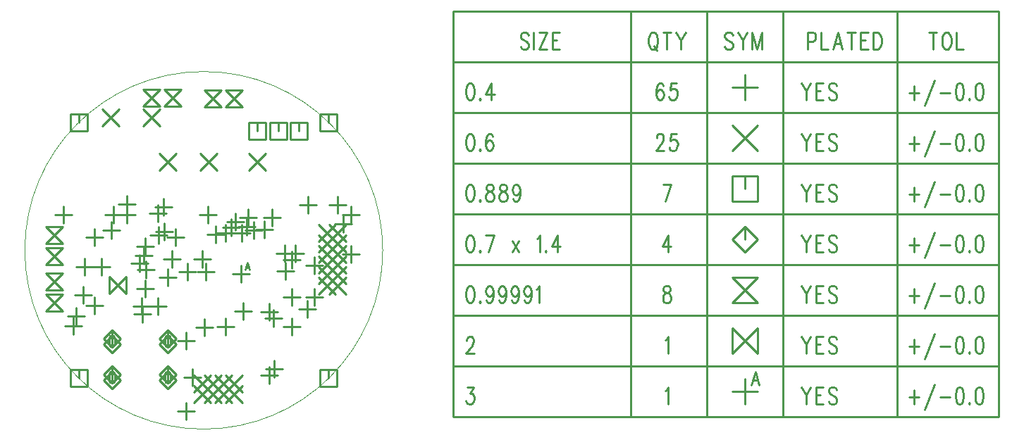
<source format=gbr>
*
*
G04 PADS 9.3 Build Number: 433611 generated Gerber (RS-274-X) file*
G04 PC Version=2.1*
*
%IN "LDC_HW_REV001.pcb"*%
*
%MOIN*%
*
%FSLAX35Y35*%
*
*
*
*
G04 PC Standard Apertures*
*
*
G04 Thermal Relief Aperture macro.*
%AMTER*
1,1,$1,0,0*
1,0,$1-$2,0,0*
21,0,$3,$4,0,0,45*
21,0,$3,$4,0,0,135*
%
*
*
G04 Annular Aperture macro.*
%AMANN*
1,1,$1,0,0*
1,0,$2,0,0*
%
*
*
G04 Odd Aperture macro.*
%AMODD*
1,1,$1,0,0*
1,0,$1-0.005,0,0*
%
*
*
G04 PC Custom Aperture Macros*
*
*
*
*
*
*
G04 PC Aperture Table*
*
%ADD010C,0.001*%
%ADD035C,0.01*%
%ADD039C,0.00394*%
*
*
*
*
G04 PC Circuitry*
G04 Layer Name LDC_HW_REV001.pcb - circuitry*
%LPD*%
*
*
G04 PC Custom Flashes*
G04 Layer Name LDC_HW_REV001.pcb - flashes*
%LPD*%
*
*
G04 PC Circuitry*
G04 Layer Name LDC_HW_REV001.pcb - circuitry*
%LPD*%
*
G54D10*
G54D35*
G01X350394Y328087D02*
X354394Y332087D01*
X350394Y336087*
X346394Y332087*
X350394Y328087*
Y332087D02*
Y336087D01*
Y330843D02*
X354394Y334843D01*
X350394Y338843*
X346394Y334843*
X350394Y330843*
Y334843D02*
Y338843D01*
X349016Y332087D02*
G75*
G03X351772I1378J-0D01*
G01Y334843*
G03X349016I-1378J-0*
G01Y332087*
X376772Y328087D02*
X380772Y332087D01*
X376772Y336087*
X372772Y332087*
X376772Y328087*
Y332087D02*
Y336087D01*
Y330843D02*
X380772Y334843D01*
X376772Y338843*
X372772Y334843*
X376772Y330843*
Y334843D02*
Y338843D01*
X375394Y332087D02*
G03X378150I1378J-0D01*
G01Y334843*
G03X375394I-1378J-0*
G01Y332087*
X350394Y345213D02*
X354394Y349213D01*
X350394Y353213*
X346394Y349213*
X350394Y345213*
Y349213D02*
Y353213D01*
Y347969D02*
X354394Y351969D01*
X350394Y355969*
X346394Y351969*
X350394Y347969*
Y351969D02*
Y355969D01*
X349016Y349213D02*
G03X351772I1378J-0D01*
G01Y351969*
G03X349016I-1378J-0*
G01Y349213*
X376772Y345213D02*
X380772Y349213D01*
X376772Y353213*
X372772Y349213*
X376772Y345213*
Y349213D02*
Y353213D01*
Y347969D02*
X380772Y351969D01*
X376772Y355969*
X372772Y351969*
X376772Y347969*
Y351969D02*
Y355969D01*
X375394Y349213D02*
G03X378150I1378J-0D01*
G01Y351969*
G03X375394I-1378J-0*
G01Y349213*
X403874Y461551D02*
X411874D01*
X403874Y469551*
X411874*
X403874Y461551*
X393874D02*
X401874D01*
X393874Y469551*
X401874*
X393874Y461551*
X404071Y326512D02*
X412071Y334512D01*
X404071D02*
X412071Y326512D01*
X399071D02*
X407071Y334512D01*
X399071D02*
X407071Y326512D01*
X394071D02*
X402071Y334512D01*
X394071D02*
X402071Y326512D01*
X389071D02*
X397071Y334512D01*
X389071D02*
X397071Y326512D01*
X389071Y321512D02*
X397071Y329512D01*
X389071D02*
X397071Y321512D01*
X394071D02*
X402071Y329512D01*
X394071D02*
X402071Y321512D01*
X399071D02*
X407071Y329512D01*
X399071D02*
X407071Y321512D01*
X404071D02*
X412071Y329512D01*
X404071D02*
X412071Y321512D01*
X407417Y382480D02*
X415417D01*
X411417Y378480D02*
Y386480D01*
X414326Y387762D02*
X413417Y384480D01*
X414326Y387762D02*
X415236Y384480D01*
X413758Y385574D02*
X414895D01*
X348953Y373165D02*
X356953Y381165D01*
Y373165*
X348953Y381165*
Y373165*
X319031Y396984D02*
X327031D01*
X319031Y404984*
X327031*
X319031Y396984*
Y386984D02*
X327031D01*
X319031Y394984*
X327031*
X319031Y386984*
X318835Y374937D02*
X326835D01*
X318835Y382937*
X326835*
X318835Y374937*
Y364937D02*
X326835D01*
X318835Y372937*
X326835*
X318835Y364937*
X447969Y397969D02*
X455969Y405969D01*
X447969D02*
X455969Y397969D01*
X447969Y392969D02*
X455969Y400969D01*
X447969D02*
X455969Y392969D01*
X447969Y387969D02*
X455969Y395969D01*
X447969D02*
X455969Y387969D01*
X447969Y382969D02*
X455969Y390969D01*
X447969D02*
X455969Y382969D01*
X447969Y377969D02*
X455969Y385969D01*
X447969D02*
X455969Y377969D01*
X447969Y372969D02*
X455969Y380969D01*
X447969D02*
X455969Y372969D01*
X452969D02*
X460969Y380969D01*
X452969D02*
X460969Y372969D01*
X452969Y377969D02*
X460969Y385969D01*
X452969D02*
X460969Y377969D01*
X452969Y382969D02*
X460969Y390969D01*
X452969D02*
X460969Y382969D01*
X452969Y387969D02*
X460969Y395969D01*
X452969D02*
X460969Y387969D01*
X452969Y392969D02*
X460969Y400969D01*
X452969D02*
X460969Y392969D01*
X452969Y397969D02*
X460969Y405969D01*
X452969D02*
X460969Y397969D01*
X365094Y461748D02*
X373094D01*
X365094Y469748*
X373094*
X365094Y461748*
X375094D02*
X383094D01*
X375094Y469748*
X383094*
X375094Y461748*
X330646Y450331D02*
X338646D01*
Y458331*
X330646*
Y450331*
X334646Y454331D02*
Y458331D01*
X448756Y450331D02*
X456756D01*
Y458331*
X448756*
Y450331*
X452756Y454331D02*
Y458331D01*
X330646Y329071D02*
X338646D01*
Y337071*
X330646*
Y329071*
X334646Y333071D02*
Y337071D01*
X448756Y329071D02*
X456756D01*
Y337071*
X448756*
Y329071*
X452756Y333071D02*
Y337071D01*
X415094Y446197D02*
X423094D01*
Y454197*
X415094*
Y446197*
X419094Y450197D02*
Y454197D01*
X424937Y446197D02*
X432937D01*
Y454197*
X424937*
Y446197*
X428937Y450197D02*
Y454197D01*
X434780Y446197D02*
X442780D01*
Y454197*
X434780*
Y446197*
X438780Y450197D02*
Y454197D01*
X381236Y317520D02*
X389236D01*
X385236Y313520D02*
Y321520D01*
X384189Y333465D02*
X392189D01*
X388189Y329465D02*
Y337465D01*
X422969Y337402D02*
X430969D01*
X426969Y333402D02*
Y341402D01*
X420803Y334646D02*
X428803D01*
X424803Y330646D02*
Y338646D01*
X327890Y357874D02*
X335890D01*
X331890Y353874D02*
Y361874D01*
X381433Y350787D02*
X389433D01*
X385433Y346787D02*
Y354787D01*
X389898Y357283D02*
X397898D01*
X393898Y353283D02*
Y361283D01*
X400134Y357480D02*
X408134D01*
X404134Y353480D02*
Y361480D01*
X431236Y357480D02*
X439236D01*
X435236Y353480D02*
Y361480D01*
X329465Y362402D02*
X337465D01*
X333465Y358402D02*
Y366402D01*
X337929Y367717D02*
X345929D01*
X341929Y363717D02*
Y371717D01*
X360567Y363583D02*
X368567D01*
X364567Y359583D02*
Y367583D01*
X360173Y367323D02*
X368173D01*
X364173Y363323D02*
Y371323D01*
X368047Y367323D02*
X376047D01*
X372047Y363323D02*
Y371323D01*
X408402Y364764D02*
X416402D01*
X412402Y360764D02*
Y368764D01*
X420803Y364567D02*
X428803D01*
X424803Y360567D02*
Y368567D01*
X422575Y361417D02*
X430575D01*
X426575Y357417D02*
Y365417D01*
X438520Y365748D02*
X446520D01*
X442520Y361748D02*
Y369748D01*
X332614Y372441D02*
X340614D01*
X336614Y368441D02*
Y376441D01*
X361945Y375591D02*
X369945D01*
X365945Y371591D02*
Y379591D01*
X431236Y371654D02*
X439236D01*
X435236Y367654D02*
Y375654D01*
X441866Y371654D02*
X449866D01*
X445866Y367654D02*
Y375654D01*
X333205Y385827D02*
X341205D01*
X337205Y381827D02*
Y389827D01*
X341472Y385827D02*
X349472D01*
X345472Y381827D02*
Y389827D01*
X359386Y387598D02*
X367386D01*
X363386Y383598D02*
Y391598D01*
X362339Y384449D02*
X370339D01*
X366339Y380449D02*
Y388449D01*
X372575Y380906D02*
X380575D01*
X376575Y376906D02*
Y384906D01*
X381827Y383465D02*
X389827D01*
X385827Y379465D02*
Y387465D01*
X390488Y383465D02*
X398488D01*
X394488Y379465D02*
Y387465D01*
X428283Y383858D02*
X436283D01*
X432283Y379858D02*
Y387858D01*
X441866Y386614D02*
X449866D01*
X445866Y382614D02*
Y390614D01*
X361354Y391339D02*
X369354D01*
X365354Y387339D02*
Y395339D01*
X362142Y395669D02*
X370142D01*
X366142Y391669D02*
Y399669D01*
X374543Y389567D02*
X382543D01*
X378543Y385567D02*
Y393567D01*
X388913Y389567D02*
X396913D01*
X392913Y385567D02*
Y393567D01*
X427890Y392126D02*
X435890D01*
X431890Y388126D02*
Y396126D01*
X431236Y389173D02*
X439236D01*
X435236Y385173D02*
Y393173D01*
X433008Y392323D02*
X441008D01*
X437008Y388323D02*
Y396323D01*
X459189Y391929D02*
X467189D01*
X463189Y387929D02*
Y395929D01*
X338126Y399803D02*
X346126D01*
X342126Y395803D02*
Y403803D01*
X346000Y403346D02*
X354000D01*
X350000Y399346D02*
Y407346D01*
X371000Y402559D02*
X379000D01*
X375000Y398559D02*
Y406559D01*
X368244Y400984D02*
X376244D01*
X372244Y396984D02*
Y404984D01*
X376315Y399803D02*
X384315D01*
X380315Y395803D02*
Y403803D01*
X404661Y407283D02*
X412661D01*
X408661Y403283D02*
Y411283D01*
X399937Y401969D02*
X407937D01*
X403937Y397969D02*
Y405969D01*
X395213Y401181D02*
X403213D01*
X399213Y397181D02*
Y405181D01*
X402496Y404724D02*
X410496D01*
X406496Y400724D02*
Y408724D01*
X409976Y404921D02*
X417976D01*
X413976Y400921D02*
Y408921D01*
X407811Y401969D02*
X415811D01*
X411811Y397969D02*
Y405969D01*
X413323Y403150D02*
X421323D01*
X417323Y399150D02*
Y407150D01*
X418441Y403543D02*
X426441D01*
X422441Y399543D02*
Y407543D01*
X455646Y406299D02*
X463646D01*
X459646Y402299D02*
Y410299D01*
X323362Y410630D02*
X331362D01*
X327362Y406630D02*
Y414630D01*
X353283Y415551D02*
X361283D01*
X357283Y411551D02*
Y419551D01*
X353480Y410630D02*
X361480D01*
X357480Y406630D02*
Y414630D01*
X346984Y410630D02*
X354984D01*
X350984Y406630D02*
Y414630D01*
X370803Y414370D02*
X378803D01*
X374803Y410370D02*
Y418370D01*
X368047Y411220D02*
X376047D01*
X372047Y407220D02*
Y415220D01*
X391669Y410433D02*
X399669D01*
X395669Y406433D02*
Y414433D01*
X410764Y409252D02*
X418764D01*
X414764Y405252D02*
Y413252D01*
X421984Y409252D02*
X429984D01*
X425984Y405252D02*
Y413252D01*
X439110Y415157D02*
X447110D01*
X443110Y411157D02*
Y419157D01*
X452890Y415157D02*
X460890D01*
X456890Y411157D02*
Y419157D01*
X459189Y410433D02*
X467189D01*
X463189Y406433D02*
Y414433D01*
X372575Y431433D02*
X380575Y439433D01*
X372575D02*
X380575Y431433D01*
X392063D02*
X400063Y439433D01*
X392063D02*
X400063Y431433D01*
X415094D02*
X423094Y439433D01*
X415094D02*
X423094Y431433D01*
X345803Y452693D02*
X353803Y460693D01*
X345803D02*
X353803Y452693D01*
X365094D02*
X373094Y460693D01*
X365094D02*
X373094Y452693D01*
X511811Y506961D02*
X769811D01*
X511811Y482961D02*
X769811D01*
X511811Y458961D02*
X769811D01*
X511811Y434961D02*
X769811D01*
X511811Y410961D02*
X769811D01*
X511811Y386961D02*
X769811D01*
X511811Y362961D02*
X769811D01*
X511811Y338961D02*
X769811D01*
X511811Y314961D02*
X769811D01*
X511811Y506961D02*
Y314961D01*
X595811Y506961D02*
Y314961D01*
X631811Y506961D02*
Y314961D01*
X667811Y506961D02*
Y314961D01*
X721811Y506961D02*
Y314961D01*
X769811Y506961D02*
Y314961D01*
X547311Y495711D02*
X546766Y496461D01*
X545947Y496836*
X544856*
X544038Y496461*
X543493Y495711*
Y494961*
X543766Y494211*
X544038Y493836*
X544584Y493461*
X546220Y492711*
X546766Y492336*
X547038Y491961*
X547311Y491211*
Y490086*
X546766Y489336*
X545947Y488961*
X544856*
X544038Y489336*
X543493Y490086*
X549766Y496836D02*
Y488961D01*
X556038Y496836D02*
X552220Y488961D01*
Y496836D02*
X556038D01*
X552220Y488961D02*
X556038D01*
X558493Y496836D02*
Y488961D01*
Y496836D02*
X562038D01*
X558493Y493086D02*
X560675D01*
X558493Y488961D02*
X562038D01*
X605675Y496836D02*
X605129Y496461D01*
X604584Y495711*
X604311Y494961*
X604038Y493836*
Y491961*
X604311Y490836*
X604584Y490086*
X605129Y489336*
X605675Y488961*
X606766*
X607311Y489336*
X607856Y490086*
X608129Y490836*
X608402Y491961*
Y493836*
X608129Y494961*
X607856Y495711*
X607311Y496461*
X606766Y496836*
X605675*
X606493Y490461D02*
X608129Y488211D01*
X612766Y496836D02*
Y488961D01*
X610856Y496836D02*
X614675D01*
X617129D02*
X619311Y493086D01*
Y488961*
X621493Y496836D02*
X619311Y493086D01*
X643856Y495711D02*
X643311Y496461D01*
X642493Y496836*
X641402*
X640584Y496461*
X640038Y495711*
Y494961*
X640311Y494211*
X640584Y493836*
X641129Y493461*
X642766Y492711*
X643311Y492336*
X643584Y491961*
X643856Y491211*
Y490086*
X643311Y489336*
X642493Y488961*
X641402*
X640584Y489336*
X640038Y490086*
X646311Y496836D02*
X648493Y493086D01*
Y488961*
X650675Y496836D02*
X648493Y493086D01*
X653129Y496836D02*
Y488961D01*
Y496836D02*
X655311Y488961D01*
X657493Y496836D02*
X655311Y488961D01*
X657493Y496836D02*
Y488961D01*
X679311Y496836D02*
Y488961D01*
Y496836D02*
X681766D01*
X682584Y496461*
X682856Y496086*
X683129Y495336*
Y494211*
X682856Y493461*
X682584Y493086*
X681766Y492711*
X679311*
X685584Y496836D02*
Y488961D01*
X688856*
X693493Y496836D02*
X691311Y488961D01*
X693493Y496836D02*
X695675Y488961D01*
X692129Y491586D02*
X694856D01*
X700038Y496836D02*
Y488961D01*
X698129Y496836D02*
X701947D01*
X704402D02*
Y488961D01*
Y496836D02*
X707947D01*
X704402Y493086D02*
X706584D01*
X704402Y488961D02*
X707947D01*
X710402Y496836D02*
Y488961D01*
Y496836D02*
X712311D01*
X713129Y496461*
X713675Y495711*
X713947Y494961*
X714220Y493836*
Y491961*
X713947Y490836*
X713675Y490086*
X713129Y489336*
X712311Y488961*
X710402*
X738493Y496836D02*
Y488961D01*
X736584Y496836D02*
X740402D01*
X744493D02*
X743947Y496461D01*
X743402Y495711*
X743129Y494961*
X742856Y493836*
Y491961*
X743129Y490836*
X743402Y490086*
X743947Y489336*
X744493Y488961*
X745584*
X746129Y489336*
X746675Y490086*
X746947Y490836*
X747220Y491961*
Y493836*
X746947Y494961*
X746675Y495711*
X746129Y496461*
X745584Y496836*
X744493*
X749675D02*
Y488961D01*
X752947*
X519447Y472836D02*
X518629Y472461D01*
X518084Y471336*
X517811Y469461*
Y468336*
X518084Y466461*
X518629Y465336*
X519447Y464961*
X519993*
X520811Y465336*
X521356Y466461*
X521629Y468336*
Y469461*
X521356Y471336*
X520811Y472461*
X519993Y472836*
X519447*
X524356Y465711D02*
X524084Y465336D01*
X524356Y464961*
X524629Y465336*
X524356Y465711*
X529811Y472836D02*
X527084Y467586D01*
X531175*
X529811Y472836D02*
Y464961D01*
X610993Y471711D02*
X610720Y472461D01*
X609902Y472836*
X609356*
X608538Y472461*
X607993Y471336*
X607720Y469461*
Y467586*
X607993Y466086*
X608538Y465336*
X609356Y464961*
X609629*
X610447Y465336*
X610993Y466086*
X611266Y467211*
Y467586*
X610993Y468711*
X610447Y469461*
X609629Y469836*
X609356*
X608538Y469461*
X607993Y468711*
X607720Y467586*
X617266Y472836D02*
X614538D01*
X614266Y469461*
X614538Y469836*
X615356Y470211*
X616175*
X616993Y469836*
X617538Y469086*
X617811Y467961*
X617538Y467211*
X617266Y466086*
X616720Y465336*
X615902Y464961*
X615084*
X614266Y465336*
X613993Y465711*
X613720Y466461*
X643811Y470961D02*
X655811D01*
X649811Y464961D02*
Y476961D01*
X676447Y472836D02*
X678629Y469086D01*
Y464961*
X680811Y472836D02*
X678629Y469086D01*
X683266Y472836D02*
Y464961D01*
Y472836D02*
X686811D01*
X683266Y469086D02*
X685447D01*
X683266Y464961D02*
X686811D01*
X693084Y471711D02*
X692538Y472461D01*
X691720Y472836*
X690629*
X689811Y472461*
X689266Y471711*
Y470961*
X689538Y470211*
X689811Y469836*
X690356Y469461*
X691993Y468711*
X692538Y468336*
X692811Y467961*
X693084Y467211*
Y466086*
X692538Y465336*
X691720Y464961*
X690629*
X689811Y465336*
X689266Y466086*
X729629Y471711D02*
Y464961D01*
X727175Y468336D02*
X732084D01*
X739447Y474336D02*
X734538Y462336D01*
X741902Y468336D02*
X746811D01*
X750902Y472836D02*
X750084Y472461D01*
X749538Y471336*
X749266Y469461*
Y468336*
X749538Y466461*
X750084Y465336*
X750902Y464961*
X751447*
X752266Y465336*
X752811Y466461*
X753084Y468336*
Y469461*
X752811Y471336*
X752266Y472461*
X751447Y472836*
X750902*
X755811Y465711D02*
X755538Y465336D01*
X755811Y464961*
X756084Y465336*
X755811Y465711*
X760175Y472836D02*
X759356Y472461D01*
X758811Y471336*
X758538Y469461*
Y468336*
X758811Y466461*
X759356Y465336*
X760175Y464961*
X760720*
X761538Y465336*
X762084Y466461*
X762356Y468336*
Y469461*
X762084Y471336*
X761538Y472461*
X760720Y472836*
X760175*
X519447Y448836D02*
X518629Y448461D01*
X518084Y447336*
X517811Y445461*
Y444336*
X518084Y442461*
X518629Y441336*
X519447Y440961*
X519993*
X520811Y441336*
X521356Y442461*
X521629Y444336*
Y445461*
X521356Y447336*
X520811Y448461*
X519993Y448836*
X519447*
X524356Y441711D02*
X524084Y441336D01*
X524356Y440961*
X524629Y441336*
X524356Y441711*
X530356Y447711D02*
X530084Y448461D01*
X529266Y448836*
X528720*
X527902Y448461*
X527356Y447336*
X527084Y445461*
Y443586*
X527356Y442086*
X527902Y441336*
X528720Y440961*
X528993*
X529811Y441336*
X530356Y442086*
X530629Y443211*
Y443586*
X530356Y444711*
X529811Y445461*
X528993Y445836*
X528720*
X527902Y445461*
X527356Y444711*
X527084Y443586*
X607856Y446961D02*
Y447336D01*
X608129Y448086*
X608402Y448461*
X608947Y448836*
X610038*
X610584Y448461*
X610856Y448086*
X611129Y447336*
Y446586*
X610856Y445836*
X610311Y444711*
X607584Y440961*
X611402*
X617402Y448836D02*
X614675D01*
X614402Y445461*
X614675Y445836*
X615493Y446211*
X616311*
X617129Y445836*
X617675Y445086*
X617947Y443961*
X617675Y443211*
X617402Y442086*
X616856Y441336*
X616038Y440961*
X615220*
X614402Y441336*
X614129Y441711*
X613856Y442461*
X643811Y440961D02*
X655811Y452961D01*
X643811D02*
X655811Y440961D01*
X676447Y448836D02*
X678629Y445086D01*
Y440961*
X680811Y448836D02*
X678629Y445086D01*
X683266Y448836D02*
Y440961D01*
Y448836D02*
X686811D01*
X683266Y445086D02*
X685447D01*
X683266Y440961D02*
X686811D01*
X693084Y447711D02*
X692538Y448461D01*
X691720Y448836*
X690629*
X689811Y448461*
X689266Y447711*
Y446961*
X689538Y446211*
X689811Y445836*
X690356Y445461*
X691993Y444711*
X692538Y444336*
X692811Y443961*
X693084Y443211*
Y442086*
X692538Y441336*
X691720Y440961*
X690629*
X689811Y441336*
X689266Y442086*
X729629Y447711D02*
Y440961D01*
X727175Y444336D02*
X732084D01*
X739447Y450336D02*
X734538Y438336D01*
X741902Y444336D02*
X746811D01*
X750902Y448836D02*
X750084Y448461D01*
X749538Y447336*
X749266Y445461*
Y444336*
X749538Y442461*
X750084Y441336*
X750902Y440961*
X751447*
X752266Y441336*
X752811Y442461*
X753084Y444336*
Y445461*
X752811Y447336*
X752266Y448461*
X751447Y448836*
X750902*
X755811Y441711D02*
X755538Y441336D01*
X755811Y440961*
X756084Y441336*
X755811Y441711*
X760175Y448836D02*
X759356Y448461D01*
X758811Y447336*
X758538Y445461*
Y444336*
X758811Y442461*
X759356Y441336*
X760175Y440961*
X760720*
X761538Y441336*
X762084Y442461*
X762356Y444336*
Y445461*
X762084Y447336*
X761538Y448461*
X760720Y448836*
X760175*
X519447Y424836D02*
X518629Y424461D01*
X518084Y423336*
X517811Y421461*
Y420336*
X518084Y418461*
X518629Y417336*
X519447Y416961*
X519993*
X520811Y417336*
X521356Y418461*
X521629Y420336*
Y421461*
X521356Y423336*
X520811Y424461*
X519993Y424836*
X519447*
X524356Y417711D02*
X524084Y417336D01*
X524356Y416961*
X524629Y417336*
X524356Y417711*
X528447Y424836D02*
X527629Y424461D01*
X527356Y423711*
Y422961*
X527629Y422211*
X528175Y421836*
X529266Y421461*
X530084Y421086*
X530629Y420336*
X530902Y419586*
Y418461*
X530629Y417711*
X530356Y417336*
X529538Y416961*
X528447*
X527629Y417336*
X527356Y417711*
X527084Y418461*
Y419586*
X527356Y420336*
X527902Y421086*
X528720Y421461*
X529811Y421836*
X530356Y422211*
X530629Y422961*
Y423711*
X530356Y424461*
X529538Y424836*
X528447*
X534720D02*
X533902Y424461D01*
X533629Y423711*
Y422961*
X533902Y422211*
X534447Y421836*
X535538Y421461*
X536356Y421086*
X536902Y420336*
X537175Y419586*
Y418461*
X536902Y417711*
X536629Y417336*
X535811Y416961*
X534720*
X533902Y417336*
X533629Y417711*
X533356Y418461*
Y419586*
X533629Y420336*
X534175Y421086*
X534993Y421461*
X536084Y421836*
X536629Y422211*
X536902Y422961*
Y423711*
X536629Y424461*
X535811Y424836*
X534720*
X543175Y422211D02*
X542902Y421086D01*
X542356Y420336*
X541538Y419961*
X541266*
X540447Y420336*
X539902Y421086*
X539629Y422211*
Y422586*
X539902Y423711*
X540447Y424461*
X541266Y424836*
X541538*
X542356Y424461*
X542902Y423711*
X543175Y422211*
Y420336*
X542902Y418461*
X542356Y417336*
X541538Y416961*
X540993*
X540175Y417336*
X539902Y418086*
X614675Y424836D02*
X611947Y416961D01*
X610856Y424836D02*
X614675D01*
X643811Y416961D02*
X655811D01*
Y428961*
X643811*
Y416961*
X649811Y422961D02*
Y428961D01*
X676447Y424836D02*
X678629Y421086D01*
Y416961*
X680811Y424836D02*
X678629Y421086D01*
X683266Y424836D02*
Y416961D01*
Y424836D02*
X686811D01*
X683266Y421086D02*
X685447D01*
X683266Y416961D02*
X686811D01*
X693084Y423711D02*
X692538Y424461D01*
X691720Y424836*
X690629*
X689811Y424461*
X689266Y423711*
Y422961*
X689538Y422211*
X689811Y421836*
X690356Y421461*
X691993Y420711*
X692538Y420336*
X692811Y419961*
X693084Y419211*
Y418086*
X692538Y417336*
X691720Y416961*
X690629*
X689811Y417336*
X689266Y418086*
X729629Y423711D02*
Y416961D01*
X727175Y420336D02*
X732084D01*
X739447Y426336D02*
X734538Y414336D01*
X741902Y420336D02*
X746811D01*
X750902Y424836D02*
X750084Y424461D01*
X749538Y423336*
X749266Y421461*
Y420336*
X749538Y418461*
X750084Y417336*
X750902Y416961*
X751447*
X752266Y417336*
X752811Y418461*
X753084Y420336*
Y421461*
X752811Y423336*
X752266Y424461*
X751447Y424836*
X750902*
X755811Y417711D02*
X755538Y417336D01*
X755811Y416961*
X756084Y417336*
X755811Y417711*
X760175Y424836D02*
X759356Y424461D01*
X758811Y423336*
X758538Y421461*
Y420336*
X758811Y418461*
X759356Y417336*
X760175Y416961*
X760720*
X761538Y417336*
X762084Y418461*
X762356Y420336*
Y421461*
X762084Y423336*
X761538Y424461*
X760720Y424836*
X760175*
X519447Y400836D02*
X518629Y400461D01*
X518084Y399336*
X517811Y397461*
Y396336*
X518084Y394461*
X518629Y393336*
X519447Y392961*
X519993*
X520811Y393336*
X521356Y394461*
X521629Y396336*
Y397461*
X521356Y399336*
X520811Y400461*
X519993Y400836*
X519447*
X524356Y393711D02*
X524084Y393336D01*
X524356Y392961*
X524629Y393336*
X524356Y393711*
X530902Y400836D02*
X528175Y392961D01*
X527084Y400836D02*
X530902D01*
X539629Y398211D02*
X542629Y392961D01*
Y398211D02*
X539629Y392961D01*
X551356Y399336D02*
X551902Y399711D01*
X552720Y400836*
Y392961*
X555447Y393711D02*
X555175Y393336D01*
X555447Y392961*
X555720Y393336*
X555447Y393711*
X560902Y400836D02*
X558175Y395586D01*
X562266*
X560902Y400836D02*
Y392961D01*
X613447Y400836D02*
X610720Y395586D01*
X614811*
X613447Y400836D02*
Y392961D01*
X649811D02*
X655811Y398961D01*
X649811Y404961*
X643811Y398961*
X649811Y392961*
Y398961D02*
Y404961D01*
X676447Y400836D02*
X678629Y397086D01*
Y392961*
X680811Y400836D02*
X678629Y397086D01*
X683266Y400836D02*
Y392961D01*
Y400836D02*
X686811D01*
X683266Y397086D02*
X685447D01*
X683266Y392961D02*
X686811D01*
X693084Y399711D02*
X692538Y400461D01*
X691720Y400836*
X690629*
X689811Y400461*
X689266Y399711*
Y398961*
X689538Y398211*
X689811Y397836*
X690356Y397461*
X691993Y396711*
X692538Y396336*
X692811Y395961*
X693084Y395211*
Y394086*
X692538Y393336*
X691720Y392961*
X690629*
X689811Y393336*
X689266Y394086*
X729629Y399711D02*
Y392961D01*
X727175Y396336D02*
X732084D01*
X739447Y402336D02*
X734538Y390336D01*
X741902Y396336D02*
X746811D01*
X750902Y400836D02*
X750084Y400461D01*
X749538Y399336*
X749266Y397461*
Y396336*
X749538Y394461*
X750084Y393336*
X750902Y392961*
X751447*
X752266Y393336*
X752811Y394461*
X753084Y396336*
Y397461*
X752811Y399336*
X752266Y400461*
X751447Y400836*
X750902*
X755811Y393711D02*
X755538Y393336D01*
X755811Y392961*
X756084Y393336*
X755811Y393711*
X760175Y400836D02*
X759356Y400461D01*
X758811Y399336*
X758538Y397461*
Y396336*
X758811Y394461*
X759356Y393336*
X760175Y392961*
X760720*
X761538Y393336*
X762084Y394461*
X762356Y396336*
Y397461*
X762084Y399336*
X761538Y400461*
X760720Y400836*
X760175*
X519447Y376836D02*
X518629Y376461D01*
X518084Y375336*
X517811Y373461*
Y372336*
X518084Y370461*
X518629Y369336*
X519447Y368961*
X519993*
X520811Y369336*
X521356Y370461*
X521629Y372336*
Y373461*
X521356Y375336*
X520811Y376461*
X519993Y376836*
X519447*
X524356Y369711D02*
X524084Y369336D01*
X524356Y368961*
X524629Y369336*
X524356Y369711*
X530629Y374211D02*
X530356Y373086D01*
X529811Y372336*
X528993Y371961*
X528720*
X527902Y372336*
X527356Y373086*
X527084Y374211*
Y374586*
X527356Y375711*
X527902Y376461*
X528720Y376836*
X528993*
X529811Y376461*
X530356Y375711*
X530629Y374211*
Y372336*
X530356Y370461*
X529811Y369336*
X528993Y368961*
X528447*
X527629Y369336*
X527356Y370086*
X536629Y374211D02*
X536356Y373086D01*
X535811Y372336*
X534993Y371961*
X534720*
X533902Y372336*
X533356Y373086*
X533084Y374211*
Y374586*
X533356Y375711*
X533902Y376461*
X534720Y376836*
X534993*
X535811Y376461*
X536356Y375711*
X536629Y374211*
Y372336*
X536356Y370461*
X535811Y369336*
X534993Y368961*
X534447*
X533629Y369336*
X533356Y370086*
X542629Y374211D02*
X542356Y373086D01*
X541811Y372336*
X540993Y371961*
X540720*
X539902Y372336*
X539356Y373086*
X539084Y374211*
Y374586*
X539356Y375711*
X539902Y376461*
X540720Y376836*
X540993*
X541811Y376461*
X542356Y375711*
X542629Y374211*
Y372336*
X542356Y370461*
X541811Y369336*
X540993Y368961*
X540447*
X539629Y369336*
X539356Y370086*
X548629Y374211D02*
X548356Y373086D01*
X547811Y372336*
X546993Y371961*
X546720*
X545902Y372336*
X545356Y373086*
X545084Y374211*
Y374586*
X545356Y375711*
X545902Y376461*
X546720Y376836*
X546993*
X547811Y376461*
X548356Y375711*
X548629Y374211*
Y372336*
X548356Y370461*
X547811Y369336*
X546993Y368961*
X546447*
X545629Y369336*
X545356Y370086*
X551084Y375336D02*
X551629Y375711D01*
X552447Y376836*
Y368961*
X612220Y376836D02*
X611402Y376461D01*
X611129Y375711*
Y374961*
X611402Y374211*
X611947Y373836*
X613038Y373461*
X613856Y373086*
X614402Y372336*
X614675Y371586*
Y370461*
X614402Y369711*
X614129Y369336*
X613311Y368961*
X612220*
X611402Y369336*
X611129Y369711*
X610856Y370461*
Y371586*
X611129Y372336*
X611675Y373086*
X612493Y373461*
X613584Y373836*
X614129Y374211*
X614402Y374961*
Y375711*
X614129Y376461*
X613311Y376836*
X612220*
X643811Y368961D02*
X655811D01*
X643811Y380961*
X655811*
X643811Y368961*
X676447Y376836D02*
X678629Y373086D01*
Y368961*
X680811Y376836D02*
X678629Y373086D01*
X683266Y376836D02*
Y368961D01*
Y376836D02*
X686811D01*
X683266Y373086D02*
X685447D01*
X683266Y368961D02*
X686811D01*
X693084Y375711D02*
X692538Y376461D01*
X691720Y376836*
X690629*
X689811Y376461*
X689266Y375711*
Y374961*
X689538Y374211*
X689811Y373836*
X690356Y373461*
X691993Y372711*
X692538Y372336*
X692811Y371961*
X693084Y371211*
Y370086*
X692538Y369336*
X691720Y368961*
X690629*
X689811Y369336*
X689266Y370086*
X729629Y375711D02*
Y368961D01*
X727175Y372336D02*
X732084D01*
X739447Y378336D02*
X734538Y366336D01*
X741902Y372336D02*
X746811D01*
X750902Y376836D02*
X750084Y376461D01*
X749538Y375336*
X749266Y373461*
Y372336*
X749538Y370461*
X750084Y369336*
X750902Y368961*
X751447*
X752266Y369336*
X752811Y370461*
X753084Y372336*
Y373461*
X752811Y375336*
X752266Y376461*
X751447Y376836*
X750902*
X755811Y369711D02*
X755538Y369336D01*
X755811Y368961*
X756084Y369336*
X755811Y369711*
X760175Y376836D02*
X759356Y376461D01*
X758811Y375336*
X758538Y373461*
Y372336*
X758811Y370461*
X759356Y369336*
X760175Y368961*
X760720*
X761538Y369336*
X762084Y370461*
X762356Y372336*
Y373461*
X762084Y375336*
X761538Y376461*
X760720Y376836*
X760175*
X518084Y350961D02*
Y351336D01*
X518356Y352086*
X518629Y352461*
X519175Y352836*
X520266*
X520811Y352461*
X521084Y352086*
X521356Y351336*
Y350586*
X521084Y349836*
X520538Y348711*
X517811Y344961*
X521629*
X612084Y351336D02*
X612629Y351711D01*
X613447Y352836*
Y344961*
X643811D02*
X655811Y356961D01*
Y344961*
X643811Y356961*
Y344961*
X676447Y352836D02*
X678629Y349086D01*
Y344961*
X680811Y352836D02*
X678629Y349086D01*
X683266Y352836D02*
Y344961D01*
Y352836D02*
X686811D01*
X683266Y349086D02*
X685447D01*
X683266Y344961D02*
X686811D01*
X693084Y351711D02*
X692538Y352461D01*
X691720Y352836*
X690629*
X689811Y352461*
X689266Y351711*
Y350961*
X689538Y350211*
X689811Y349836*
X690356Y349461*
X691993Y348711*
X692538Y348336*
X692811Y347961*
X693084Y347211*
Y346086*
X692538Y345336*
X691720Y344961*
X690629*
X689811Y345336*
X689266Y346086*
X729629Y351711D02*
Y344961D01*
X727175Y348336D02*
X732084D01*
X739447Y354336D02*
X734538Y342336D01*
X741902Y348336D02*
X746811D01*
X750902Y352836D02*
X750084Y352461D01*
X749538Y351336*
X749266Y349461*
Y348336*
X749538Y346461*
X750084Y345336*
X750902Y344961*
X751447*
X752266Y345336*
X752811Y346461*
X753084Y348336*
Y349461*
X752811Y351336*
X752266Y352461*
X751447Y352836*
X750902*
X755811Y345711D02*
X755538Y345336D01*
X755811Y344961*
X756084Y345336*
X755811Y345711*
X760175Y352836D02*
X759356Y352461D01*
X758811Y351336*
X758538Y349461*
Y348336*
X758811Y346461*
X759356Y345336*
X760175Y344961*
X760720*
X761538Y345336*
X762084Y346461*
X762356Y348336*
Y349461*
X762084Y351336*
X761538Y352461*
X760720Y352836*
X760175*
X518356Y328836D02*
X521356D01*
X519720Y325836*
X520538*
X521084Y325461*
X521356Y325086*
X521629Y323961*
Y323211*
X521356Y322086*
X520811Y321336*
X519993Y320961*
X519175*
X518356Y321336*
X518084Y321711*
X517811Y322461*
X612084Y327336D02*
X612629Y327711D01*
X613447Y328836*
Y320961*
X643811Y326961D02*
X655811D01*
X649811Y320961D02*
Y332961D01*
X654556Y336261D02*
X652811Y329961D01*
X654556Y336261D02*
X656302Y329961D01*
X653466Y332061D02*
X655647D01*
X676447Y328836D02*
X678629Y325086D01*
Y320961*
X680811Y328836D02*
X678629Y325086D01*
X683266Y328836D02*
Y320961D01*
Y328836D02*
X686811D01*
X683266Y325086D02*
X685447D01*
X683266Y320961D02*
X686811D01*
X693084Y327711D02*
X692538Y328461D01*
X691720Y328836*
X690629*
X689811Y328461*
X689266Y327711*
Y326961*
X689538Y326211*
X689811Y325836*
X690356Y325461*
X691993Y324711*
X692538Y324336*
X692811Y323961*
X693084Y323211*
Y322086*
X692538Y321336*
X691720Y320961*
X690629*
X689811Y321336*
X689266Y322086*
X729629Y327711D02*
Y320961D01*
X727175Y324336D02*
X732084D01*
X739447Y330336D02*
X734538Y318336D01*
X741902Y324336D02*
X746811D01*
X750902Y328836D02*
X750084Y328461D01*
X749538Y327336*
X749266Y325461*
Y324336*
X749538Y322461*
X750084Y321336*
X750902Y320961*
X751447*
X752266Y321336*
X752811Y322461*
X753084Y324336*
Y325461*
X752811Y327336*
X752266Y328461*
X751447Y328836*
X750902*
X755811Y321711D02*
X755538Y321336D01*
X755811Y320961*
X756084Y321336*
X755811Y321711*
X760175Y328836D02*
X759356Y328461D01*
X758811Y327336*
X758538Y325461*
Y324336*
X758811Y322461*
X759356Y321336*
X760175Y320961*
X760720*
X761538Y321336*
X762084Y322461*
X762356Y324336*
Y325461*
X762084Y327336*
X761538Y328461*
X760720Y328836*
X760175*
G54D39*
X478346Y393701D02*
G03X478346I-84645J0D01*
G74*
G01X0Y0D02*
M02*

</source>
